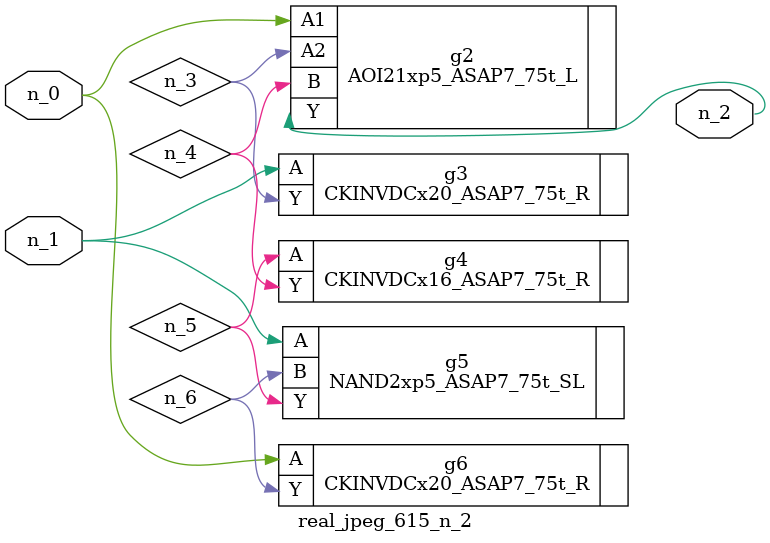
<source format=v>
module real_jpeg_615_n_2 (n_1, n_0, n_2);

input n_1;
input n_0;

output n_2;

wire n_5;
wire n_4;
wire n_6;
wire n_3;

AOI21xp5_ASAP7_75t_L g2 ( 
.A1(n_0),
.A2(n_3),
.B(n_4),
.Y(n_2)
);

CKINVDCx20_ASAP7_75t_R g6 ( 
.A(n_0),
.Y(n_6)
);

CKINVDCx20_ASAP7_75t_R g3 ( 
.A(n_1),
.Y(n_3)
);

NAND2xp5_ASAP7_75t_SL g5 ( 
.A(n_1),
.B(n_6),
.Y(n_5)
);

CKINVDCx16_ASAP7_75t_R g4 ( 
.A(n_5),
.Y(n_4)
);


endmodule
</source>
